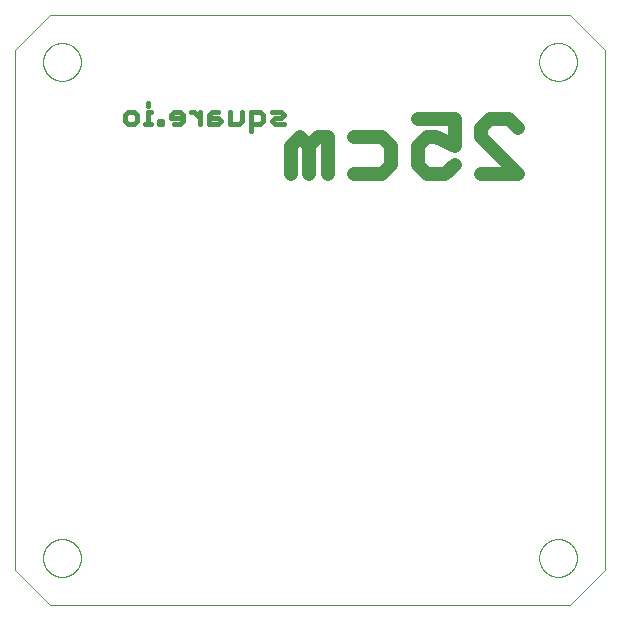
<source format=gbo>
G75*
%MOIN*%
%OFA0B0*%
%FSLAX25Y25*%
%IPPOS*%
%LPD*%
%AMOC8*
5,1,8,0,0,1.08239X$1,22.5*
%
%ADD10C,0.04600*%
%ADD11C,0.01500*%
%ADD12C,0.00000*%
D10*
X0160870Y0242274D02*
X0160870Y0251482D01*
X0163939Y0254551D01*
X0167009Y0251482D01*
X0167009Y0242274D01*
X0173147Y0242274D02*
X0173147Y0254551D01*
X0170078Y0254551D01*
X0167009Y0251482D01*
X0182048Y0254551D02*
X0191256Y0254551D01*
X0194325Y0251482D01*
X0194325Y0245343D01*
X0191256Y0242274D01*
X0182048Y0242274D01*
X0203226Y0245343D02*
X0206295Y0242274D01*
X0212434Y0242274D01*
X0215503Y0245343D01*
X0215503Y0251482D02*
X0209365Y0254551D01*
X0206295Y0254551D01*
X0203226Y0251482D01*
X0203226Y0245343D01*
X0215503Y0251482D02*
X0215503Y0260690D01*
X0203226Y0260690D01*
X0224404Y0257620D02*
X0224404Y0254551D01*
X0236681Y0242274D01*
X0224404Y0242274D01*
X0224404Y0257620D02*
X0227474Y0260690D01*
X0233612Y0260690D01*
X0236681Y0257620D01*
D11*
X0158717Y0258776D02*
X0155664Y0258776D01*
X0154647Y0259794D01*
X0155664Y0260811D01*
X0157699Y0260811D01*
X0158717Y0261829D01*
X0157699Y0262846D01*
X0154647Y0262846D01*
X0151719Y0261829D02*
X0151719Y0259794D01*
X0150701Y0258776D01*
X0147649Y0258776D01*
X0147649Y0256741D02*
X0147649Y0262846D01*
X0150701Y0262846D01*
X0151719Y0261829D01*
X0144721Y0262846D02*
X0144721Y0259794D01*
X0143703Y0258776D01*
X0140651Y0258776D01*
X0140651Y0262846D01*
X0137723Y0259794D02*
X0136705Y0260811D01*
X0133653Y0260811D01*
X0133653Y0261829D02*
X0133653Y0258776D01*
X0136705Y0258776D01*
X0137723Y0259794D01*
X0136705Y0262846D02*
X0134670Y0262846D01*
X0133653Y0261829D01*
X0130725Y0262846D02*
X0130725Y0258776D01*
X0130725Y0260811D02*
X0128690Y0262846D01*
X0127672Y0262846D01*
X0124893Y0261829D02*
X0124893Y0259794D01*
X0123876Y0258776D01*
X0121841Y0258776D01*
X0120823Y0260811D02*
X0124893Y0260811D01*
X0124893Y0261829D02*
X0123876Y0262846D01*
X0121841Y0262846D01*
X0120823Y0261829D01*
X0120823Y0260811D01*
X0117895Y0259794D02*
X0116878Y0259794D01*
X0116878Y0258776D01*
X0117895Y0258776D01*
X0117895Y0259794D01*
X0114396Y0258776D02*
X0112361Y0258776D01*
X0113379Y0258776D02*
X0113379Y0262846D01*
X0114396Y0262846D01*
X0113379Y0264881D02*
X0113379Y0265899D01*
X0109731Y0261829D02*
X0109731Y0259794D01*
X0108713Y0258776D01*
X0106678Y0258776D01*
X0105661Y0259794D01*
X0105661Y0261829D01*
X0106678Y0262846D01*
X0108713Y0262846D01*
X0109731Y0261829D01*
D12*
X0068900Y0110311D02*
X0080711Y0098500D01*
X0253939Y0098500D01*
X0265750Y0110311D01*
X0265750Y0283539D01*
X0253939Y0295350D01*
X0080711Y0295350D01*
X0068900Y0283539D01*
X0068900Y0110311D01*
X0078349Y0114248D02*
X0078351Y0114406D01*
X0078357Y0114564D01*
X0078367Y0114722D01*
X0078381Y0114880D01*
X0078399Y0115037D01*
X0078420Y0115194D01*
X0078446Y0115350D01*
X0078476Y0115506D01*
X0078509Y0115661D01*
X0078547Y0115814D01*
X0078588Y0115967D01*
X0078633Y0116119D01*
X0078682Y0116270D01*
X0078735Y0116419D01*
X0078791Y0116567D01*
X0078851Y0116713D01*
X0078915Y0116858D01*
X0078983Y0117001D01*
X0079054Y0117143D01*
X0079128Y0117283D01*
X0079206Y0117420D01*
X0079288Y0117556D01*
X0079372Y0117690D01*
X0079461Y0117821D01*
X0079552Y0117950D01*
X0079647Y0118077D01*
X0079744Y0118202D01*
X0079845Y0118324D01*
X0079949Y0118443D01*
X0080056Y0118560D01*
X0080166Y0118674D01*
X0080279Y0118785D01*
X0080394Y0118894D01*
X0080512Y0118999D01*
X0080633Y0119101D01*
X0080756Y0119201D01*
X0080882Y0119297D01*
X0081010Y0119390D01*
X0081140Y0119480D01*
X0081273Y0119566D01*
X0081408Y0119650D01*
X0081544Y0119729D01*
X0081683Y0119806D01*
X0081824Y0119878D01*
X0081966Y0119948D01*
X0082110Y0120013D01*
X0082256Y0120075D01*
X0082403Y0120133D01*
X0082552Y0120188D01*
X0082702Y0120239D01*
X0082853Y0120286D01*
X0083005Y0120329D01*
X0083158Y0120368D01*
X0083313Y0120404D01*
X0083468Y0120435D01*
X0083624Y0120463D01*
X0083780Y0120487D01*
X0083937Y0120507D01*
X0084095Y0120523D01*
X0084252Y0120535D01*
X0084411Y0120543D01*
X0084569Y0120547D01*
X0084727Y0120547D01*
X0084885Y0120543D01*
X0085044Y0120535D01*
X0085201Y0120523D01*
X0085359Y0120507D01*
X0085516Y0120487D01*
X0085672Y0120463D01*
X0085828Y0120435D01*
X0085983Y0120404D01*
X0086138Y0120368D01*
X0086291Y0120329D01*
X0086443Y0120286D01*
X0086594Y0120239D01*
X0086744Y0120188D01*
X0086893Y0120133D01*
X0087040Y0120075D01*
X0087186Y0120013D01*
X0087330Y0119948D01*
X0087472Y0119878D01*
X0087613Y0119806D01*
X0087752Y0119729D01*
X0087888Y0119650D01*
X0088023Y0119566D01*
X0088156Y0119480D01*
X0088286Y0119390D01*
X0088414Y0119297D01*
X0088540Y0119201D01*
X0088663Y0119101D01*
X0088784Y0118999D01*
X0088902Y0118894D01*
X0089017Y0118785D01*
X0089130Y0118674D01*
X0089240Y0118560D01*
X0089347Y0118443D01*
X0089451Y0118324D01*
X0089552Y0118202D01*
X0089649Y0118077D01*
X0089744Y0117950D01*
X0089835Y0117821D01*
X0089924Y0117690D01*
X0090008Y0117556D01*
X0090090Y0117420D01*
X0090168Y0117283D01*
X0090242Y0117143D01*
X0090313Y0117001D01*
X0090381Y0116858D01*
X0090445Y0116713D01*
X0090505Y0116567D01*
X0090561Y0116419D01*
X0090614Y0116270D01*
X0090663Y0116119D01*
X0090708Y0115967D01*
X0090749Y0115814D01*
X0090787Y0115661D01*
X0090820Y0115506D01*
X0090850Y0115350D01*
X0090876Y0115194D01*
X0090897Y0115037D01*
X0090915Y0114880D01*
X0090929Y0114722D01*
X0090939Y0114564D01*
X0090945Y0114406D01*
X0090947Y0114248D01*
X0090945Y0114090D01*
X0090939Y0113932D01*
X0090929Y0113774D01*
X0090915Y0113616D01*
X0090897Y0113459D01*
X0090876Y0113302D01*
X0090850Y0113146D01*
X0090820Y0112990D01*
X0090787Y0112835D01*
X0090749Y0112682D01*
X0090708Y0112529D01*
X0090663Y0112377D01*
X0090614Y0112226D01*
X0090561Y0112077D01*
X0090505Y0111929D01*
X0090445Y0111783D01*
X0090381Y0111638D01*
X0090313Y0111495D01*
X0090242Y0111353D01*
X0090168Y0111213D01*
X0090090Y0111076D01*
X0090008Y0110940D01*
X0089924Y0110806D01*
X0089835Y0110675D01*
X0089744Y0110546D01*
X0089649Y0110419D01*
X0089552Y0110294D01*
X0089451Y0110172D01*
X0089347Y0110053D01*
X0089240Y0109936D01*
X0089130Y0109822D01*
X0089017Y0109711D01*
X0088902Y0109602D01*
X0088784Y0109497D01*
X0088663Y0109395D01*
X0088540Y0109295D01*
X0088414Y0109199D01*
X0088286Y0109106D01*
X0088156Y0109016D01*
X0088023Y0108930D01*
X0087888Y0108846D01*
X0087752Y0108767D01*
X0087613Y0108690D01*
X0087472Y0108618D01*
X0087330Y0108548D01*
X0087186Y0108483D01*
X0087040Y0108421D01*
X0086893Y0108363D01*
X0086744Y0108308D01*
X0086594Y0108257D01*
X0086443Y0108210D01*
X0086291Y0108167D01*
X0086138Y0108128D01*
X0085983Y0108092D01*
X0085828Y0108061D01*
X0085672Y0108033D01*
X0085516Y0108009D01*
X0085359Y0107989D01*
X0085201Y0107973D01*
X0085044Y0107961D01*
X0084885Y0107953D01*
X0084727Y0107949D01*
X0084569Y0107949D01*
X0084411Y0107953D01*
X0084252Y0107961D01*
X0084095Y0107973D01*
X0083937Y0107989D01*
X0083780Y0108009D01*
X0083624Y0108033D01*
X0083468Y0108061D01*
X0083313Y0108092D01*
X0083158Y0108128D01*
X0083005Y0108167D01*
X0082853Y0108210D01*
X0082702Y0108257D01*
X0082552Y0108308D01*
X0082403Y0108363D01*
X0082256Y0108421D01*
X0082110Y0108483D01*
X0081966Y0108548D01*
X0081824Y0108618D01*
X0081683Y0108690D01*
X0081544Y0108767D01*
X0081408Y0108846D01*
X0081273Y0108930D01*
X0081140Y0109016D01*
X0081010Y0109106D01*
X0080882Y0109199D01*
X0080756Y0109295D01*
X0080633Y0109395D01*
X0080512Y0109497D01*
X0080394Y0109602D01*
X0080279Y0109711D01*
X0080166Y0109822D01*
X0080056Y0109936D01*
X0079949Y0110053D01*
X0079845Y0110172D01*
X0079744Y0110294D01*
X0079647Y0110419D01*
X0079552Y0110546D01*
X0079461Y0110675D01*
X0079372Y0110806D01*
X0079288Y0110940D01*
X0079206Y0111076D01*
X0079128Y0111213D01*
X0079054Y0111353D01*
X0078983Y0111495D01*
X0078915Y0111638D01*
X0078851Y0111783D01*
X0078791Y0111929D01*
X0078735Y0112077D01*
X0078682Y0112226D01*
X0078633Y0112377D01*
X0078588Y0112529D01*
X0078547Y0112682D01*
X0078509Y0112835D01*
X0078476Y0112990D01*
X0078446Y0113146D01*
X0078420Y0113302D01*
X0078399Y0113459D01*
X0078381Y0113616D01*
X0078367Y0113774D01*
X0078357Y0113932D01*
X0078351Y0114090D01*
X0078349Y0114248D01*
X0078349Y0279602D02*
X0078351Y0279760D01*
X0078357Y0279918D01*
X0078367Y0280076D01*
X0078381Y0280234D01*
X0078399Y0280391D01*
X0078420Y0280548D01*
X0078446Y0280704D01*
X0078476Y0280860D01*
X0078509Y0281015D01*
X0078547Y0281168D01*
X0078588Y0281321D01*
X0078633Y0281473D01*
X0078682Y0281624D01*
X0078735Y0281773D01*
X0078791Y0281921D01*
X0078851Y0282067D01*
X0078915Y0282212D01*
X0078983Y0282355D01*
X0079054Y0282497D01*
X0079128Y0282637D01*
X0079206Y0282774D01*
X0079288Y0282910D01*
X0079372Y0283044D01*
X0079461Y0283175D01*
X0079552Y0283304D01*
X0079647Y0283431D01*
X0079744Y0283556D01*
X0079845Y0283678D01*
X0079949Y0283797D01*
X0080056Y0283914D01*
X0080166Y0284028D01*
X0080279Y0284139D01*
X0080394Y0284248D01*
X0080512Y0284353D01*
X0080633Y0284455D01*
X0080756Y0284555D01*
X0080882Y0284651D01*
X0081010Y0284744D01*
X0081140Y0284834D01*
X0081273Y0284920D01*
X0081408Y0285004D01*
X0081544Y0285083D01*
X0081683Y0285160D01*
X0081824Y0285232D01*
X0081966Y0285302D01*
X0082110Y0285367D01*
X0082256Y0285429D01*
X0082403Y0285487D01*
X0082552Y0285542D01*
X0082702Y0285593D01*
X0082853Y0285640D01*
X0083005Y0285683D01*
X0083158Y0285722D01*
X0083313Y0285758D01*
X0083468Y0285789D01*
X0083624Y0285817D01*
X0083780Y0285841D01*
X0083937Y0285861D01*
X0084095Y0285877D01*
X0084252Y0285889D01*
X0084411Y0285897D01*
X0084569Y0285901D01*
X0084727Y0285901D01*
X0084885Y0285897D01*
X0085044Y0285889D01*
X0085201Y0285877D01*
X0085359Y0285861D01*
X0085516Y0285841D01*
X0085672Y0285817D01*
X0085828Y0285789D01*
X0085983Y0285758D01*
X0086138Y0285722D01*
X0086291Y0285683D01*
X0086443Y0285640D01*
X0086594Y0285593D01*
X0086744Y0285542D01*
X0086893Y0285487D01*
X0087040Y0285429D01*
X0087186Y0285367D01*
X0087330Y0285302D01*
X0087472Y0285232D01*
X0087613Y0285160D01*
X0087752Y0285083D01*
X0087888Y0285004D01*
X0088023Y0284920D01*
X0088156Y0284834D01*
X0088286Y0284744D01*
X0088414Y0284651D01*
X0088540Y0284555D01*
X0088663Y0284455D01*
X0088784Y0284353D01*
X0088902Y0284248D01*
X0089017Y0284139D01*
X0089130Y0284028D01*
X0089240Y0283914D01*
X0089347Y0283797D01*
X0089451Y0283678D01*
X0089552Y0283556D01*
X0089649Y0283431D01*
X0089744Y0283304D01*
X0089835Y0283175D01*
X0089924Y0283044D01*
X0090008Y0282910D01*
X0090090Y0282774D01*
X0090168Y0282637D01*
X0090242Y0282497D01*
X0090313Y0282355D01*
X0090381Y0282212D01*
X0090445Y0282067D01*
X0090505Y0281921D01*
X0090561Y0281773D01*
X0090614Y0281624D01*
X0090663Y0281473D01*
X0090708Y0281321D01*
X0090749Y0281168D01*
X0090787Y0281015D01*
X0090820Y0280860D01*
X0090850Y0280704D01*
X0090876Y0280548D01*
X0090897Y0280391D01*
X0090915Y0280234D01*
X0090929Y0280076D01*
X0090939Y0279918D01*
X0090945Y0279760D01*
X0090947Y0279602D01*
X0090945Y0279444D01*
X0090939Y0279286D01*
X0090929Y0279128D01*
X0090915Y0278970D01*
X0090897Y0278813D01*
X0090876Y0278656D01*
X0090850Y0278500D01*
X0090820Y0278344D01*
X0090787Y0278189D01*
X0090749Y0278036D01*
X0090708Y0277883D01*
X0090663Y0277731D01*
X0090614Y0277580D01*
X0090561Y0277431D01*
X0090505Y0277283D01*
X0090445Y0277137D01*
X0090381Y0276992D01*
X0090313Y0276849D01*
X0090242Y0276707D01*
X0090168Y0276567D01*
X0090090Y0276430D01*
X0090008Y0276294D01*
X0089924Y0276160D01*
X0089835Y0276029D01*
X0089744Y0275900D01*
X0089649Y0275773D01*
X0089552Y0275648D01*
X0089451Y0275526D01*
X0089347Y0275407D01*
X0089240Y0275290D01*
X0089130Y0275176D01*
X0089017Y0275065D01*
X0088902Y0274956D01*
X0088784Y0274851D01*
X0088663Y0274749D01*
X0088540Y0274649D01*
X0088414Y0274553D01*
X0088286Y0274460D01*
X0088156Y0274370D01*
X0088023Y0274284D01*
X0087888Y0274200D01*
X0087752Y0274121D01*
X0087613Y0274044D01*
X0087472Y0273972D01*
X0087330Y0273902D01*
X0087186Y0273837D01*
X0087040Y0273775D01*
X0086893Y0273717D01*
X0086744Y0273662D01*
X0086594Y0273611D01*
X0086443Y0273564D01*
X0086291Y0273521D01*
X0086138Y0273482D01*
X0085983Y0273446D01*
X0085828Y0273415D01*
X0085672Y0273387D01*
X0085516Y0273363D01*
X0085359Y0273343D01*
X0085201Y0273327D01*
X0085044Y0273315D01*
X0084885Y0273307D01*
X0084727Y0273303D01*
X0084569Y0273303D01*
X0084411Y0273307D01*
X0084252Y0273315D01*
X0084095Y0273327D01*
X0083937Y0273343D01*
X0083780Y0273363D01*
X0083624Y0273387D01*
X0083468Y0273415D01*
X0083313Y0273446D01*
X0083158Y0273482D01*
X0083005Y0273521D01*
X0082853Y0273564D01*
X0082702Y0273611D01*
X0082552Y0273662D01*
X0082403Y0273717D01*
X0082256Y0273775D01*
X0082110Y0273837D01*
X0081966Y0273902D01*
X0081824Y0273972D01*
X0081683Y0274044D01*
X0081544Y0274121D01*
X0081408Y0274200D01*
X0081273Y0274284D01*
X0081140Y0274370D01*
X0081010Y0274460D01*
X0080882Y0274553D01*
X0080756Y0274649D01*
X0080633Y0274749D01*
X0080512Y0274851D01*
X0080394Y0274956D01*
X0080279Y0275065D01*
X0080166Y0275176D01*
X0080056Y0275290D01*
X0079949Y0275407D01*
X0079845Y0275526D01*
X0079744Y0275648D01*
X0079647Y0275773D01*
X0079552Y0275900D01*
X0079461Y0276029D01*
X0079372Y0276160D01*
X0079288Y0276294D01*
X0079206Y0276430D01*
X0079128Y0276567D01*
X0079054Y0276707D01*
X0078983Y0276849D01*
X0078915Y0276992D01*
X0078851Y0277137D01*
X0078791Y0277283D01*
X0078735Y0277431D01*
X0078682Y0277580D01*
X0078633Y0277731D01*
X0078588Y0277883D01*
X0078547Y0278036D01*
X0078509Y0278189D01*
X0078476Y0278344D01*
X0078446Y0278500D01*
X0078420Y0278656D01*
X0078399Y0278813D01*
X0078381Y0278970D01*
X0078367Y0279128D01*
X0078357Y0279286D01*
X0078351Y0279444D01*
X0078349Y0279602D01*
X0243703Y0279602D02*
X0243705Y0279760D01*
X0243711Y0279918D01*
X0243721Y0280076D01*
X0243735Y0280234D01*
X0243753Y0280391D01*
X0243774Y0280548D01*
X0243800Y0280704D01*
X0243830Y0280860D01*
X0243863Y0281015D01*
X0243901Y0281168D01*
X0243942Y0281321D01*
X0243987Y0281473D01*
X0244036Y0281624D01*
X0244089Y0281773D01*
X0244145Y0281921D01*
X0244205Y0282067D01*
X0244269Y0282212D01*
X0244337Y0282355D01*
X0244408Y0282497D01*
X0244482Y0282637D01*
X0244560Y0282774D01*
X0244642Y0282910D01*
X0244726Y0283044D01*
X0244815Y0283175D01*
X0244906Y0283304D01*
X0245001Y0283431D01*
X0245098Y0283556D01*
X0245199Y0283678D01*
X0245303Y0283797D01*
X0245410Y0283914D01*
X0245520Y0284028D01*
X0245633Y0284139D01*
X0245748Y0284248D01*
X0245866Y0284353D01*
X0245987Y0284455D01*
X0246110Y0284555D01*
X0246236Y0284651D01*
X0246364Y0284744D01*
X0246494Y0284834D01*
X0246627Y0284920D01*
X0246762Y0285004D01*
X0246898Y0285083D01*
X0247037Y0285160D01*
X0247178Y0285232D01*
X0247320Y0285302D01*
X0247464Y0285367D01*
X0247610Y0285429D01*
X0247757Y0285487D01*
X0247906Y0285542D01*
X0248056Y0285593D01*
X0248207Y0285640D01*
X0248359Y0285683D01*
X0248512Y0285722D01*
X0248667Y0285758D01*
X0248822Y0285789D01*
X0248978Y0285817D01*
X0249134Y0285841D01*
X0249291Y0285861D01*
X0249449Y0285877D01*
X0249606Y0285889D01*
X0249765Y0285897D01*
X0249923Y0285901D01*
X0250081Y0285901D01*
X0250239Y0285897D01*
X0250398Y0285889D01*
X0250555Y0285877D01*
X0250713Y0285861D01*
X0250870Y0285841D01*
X0251026Y0285817D01*
X0251182Y0285789D01*
X0251337Y0285758D01*
X0251492Y0285722D01*
X0251645Y0285683D01*
X0251797Y0285640D01*
X0251948Y0285593D01*
X0252098Y0285542D01*
X0252247Y0285487D01*
X0252394Y0285429D01*
X0252540Y0285367D01*
X0252684Y0285302D01*
X0252826Y0285232D01*
X0252967Y0285160D01*
X0253106Y0285083D01*
X0253242Y0285004D01*
X0253377Y0284920D01*
X0253510Y0284834D01*
X0253640Y0284744D01*
X0253768Y0284651D01*
X0253894Y0284555D01*
X0254017Y0284455D01*
X0254138Y0284353D01*
X0254256Y0284248D01*
X0254371Y0284139D01*
X0254484Y0284028D01*
X0254594Y0283914D01*
X0254701Y0283797D01*
X0254805Y0283678D01*
X0254906Y0283556D01*
X0255003Y0283431D01*
X0255098Y0283304D01*
X0255189Y0283175D01*
X0255278Y0283044D01*
X0255362Y0282910D01*
X0255444Y0282774D01*
X0255522Y0282637D01*
X0255596Y0282497D01*
X0255667Y0282355D01*
X0255735Y0282212D01*
X0255799Y0282067D01*
X0255859Y0281921D01*
X0255915Y0281773D01*
X0255968Y0281624D01*
X0256017Y0281473D01*
X0256062Y0281321D01*
X0256103Y0281168D01*
X0256141Y0281015D01*
X0256174Y0280860D01*
X0256204Y0280704D01*
X0256230Y0280548D01*
X0256251Y0280391D01*
X0256269Y0280234D01*
X0256283Y0280076D01*
X0256293Y0279918D01*
X0256299Y0279760D01*
X0256301Y0279602D01*
X0256299Y0279444D01*
X0256293Y0279286D01*
X0256283Y0279128D01*
X0256269Y0278970D01*
X0256251Y0278813D01*
X0256230Y0278656D01*
X0256204Y0278500D01*
X0256174Y0278344D01*
X0256141Y0278189D01*
X0256103Y0278036D01*
X0256062Y0277883D01*
X0256017Y0277731D01*
X0255968Y0277580D01*
X0255915Y0277431D01*
X0255859Y0277283D01*
X0255799Y0277137D01*
X0255735Y0276992D01*
X0255667Y0276849D01*
X0255596Y0276707D01*
X0255522Y0276567D01*
X0255444Y0276430D01*
X0255362Y0276294D01*
X0255278Y0276160D01*
X0255189Y0276029D01*
X0255098Y0275900D01*
X0255003Y0275773D01*
X0254906Y0275648D01*
X0254805Y0275526D01*
X0254701Y0275407D01*
X0254594Y0275290D01*
X0254484Y0275176D01*
X0254371Y0275065D01*
X0254256Y0274956D01*
X0254138Y0274851D01*
X0254017Y0274749D01*
X0253894Y0274649D01*
X0253768Y0274553D01*
X0253640Y0274460D01*
X0253510Y0274370D01*
X0253377Y0274284D01*
X0253242Y0274200D01*
X0253106Y0274121D01*
X0252967Y0274044D01*
X0252826Y0273972D01*
X0252684Y0273902D01*
X0252540Y0273837D01*
X0252394Y0273775D01*
X0252247Y0273717D01*
X0252098Y0273662D01*
X0251948Y0273611D01*
X0251797Y0273564D01*
X0251645Y0273521D01*
X0251492Y0273482D01*
X0251337Y0273446D01*
X0251182Y0273415D01*
X0251026Y0273387D01*
X0250870Y0273363D01*
X0250713Y0273343D01*
X0250555Y0273327D01*
X0250398Y0273315D01*
X0250239Y0273307D01*
X0250081Y0273303D01*
X0249923Y0273303D01*
X0249765Y0273307D01*
X0249606Y0273315D01*
X0249449Y0273327D01*
X0249291Y0273343D01*
X0249134Y0273363D01*
X0248978Y0273387D01*
X0248822Y0273415D01*
X0248667Y0273446D01*
X0248512Y0273482D01*
X0248359Y0273521D01*
X0248207Y0273564D01*
X0248056Y0273611D01*
X0247906Y0273662D01*
X0247757Y0273717D01*
X0247610Y0273775D01*
X0247464Y0273837D01*
X0247320Y0273902D01*
X0247178Y0273972D01*
X0247037Y0274044D01*
X0246898Y0274121D01*
X0246762Y0274200D01*
X0246627Y0274284D01*
X0246494Y0274370D01*
X0246364Y0274460D01*
X0246236Y0274553D01*
X0246110Y0274649D01*
X0245987Y0274749D01*
X0245866Y0274851D01*
X0245748Y0274956D01*
X0245633Y0275065D01*
X0245520Y0275176D01*
X0245410Y0275290D01*
X0245303Y0275407D01*
X0245199Y0275526D01*
X0245098Y0275648D01*
X0245001Y0275773D01*
X0244906Y0275900D01*
X0244815Y0276029D01*
X0244726Y0276160D01*
X0244642Y0276294D01*
X0244560Y0276430D01*
X0244482Y0276567D01*
X0244408Y0276707D01*
X0244337Y0276849D01*
X0244269Y0276992D01*
X0244205Y0277137D01*
X0244145Y0277283D01*
X0244089Y0277431D01*
X0244036Y0277580D01*
X0243987Y0277731D01*
X0243942Y0277883D01*
X0243901Y0278036D01*
X0243863Y0278189D01*
X0243830Y0278344D01*
X0243800Y0278500D01*
X0243774Y0278656D01*
X0243753Y0278813D01*
X0243735Y0278970D01*
X0243721Y0279128D01*
X0243711Y0279286D01*
X0243705Y0279444D01*
X0243703Y0279602D01*
X0243703Y0114248D02*
X0243705Y0114406D01*
X0243711Y0114564D01*
X0243721Y0114722D01*
X0243735Y0114880D01*
X0243753Y0115037D01*
X0243774Y0115194D01*
X0243800Y0115350D01*
X0243830Y0115506D01*
X0243863Y0115661D01*
X0243901Y0115814D01*
X0243942Y0115967D01*
X0243987Y0116119D01*
X0244036Y0116270D01*
X0244089Y0116419D01*
X0244145Y0116567D01*
X0244205Y0116713D01*
X0244269Y0116858D01*
X0244337Y0117001D01*
X0244408Y0117143D01*
X0244482Y0117283D01*
X0244560Y0117420D01*
X0244642Y0117556D01*
X0244726Y0117690D01*
X0244815Y0117821D01*
X0244906Y0117950D01*
X0245001Y0118077D01*
X0245098Y0118202D01*
X0245199Y0118324D01*
X0245303Y0118443D01*
X0245410Y0118560D01*
X0245520Y0118674D01*
X0245633Y0118785D01*
X0245748Y0118894D01*
X0245866Y0118999D01*
X0245987Y0119101D01*
X0246110Y0119201D01*
X0246236Y0119297D01*
X0246364Y0119390D01*
X0246494Y0119480D01*
X0246627Y0119566D01*
X0246762Y0119650D01*
X0246898Y0119729D01*
X0247037Y0119806D01*
X0247178Y0119878D01*
X0247320Y0119948D01*
X0247464Y0120013D01*
X0247610Y0120075D01*
X0247757Y0120133D01*
X0247906Y0120188D01*
X0248056Y0120239D01*
X0248207Y0120286D01*
X0248359Y0120329D01*
X0248512Y0120368D01*
X0248667Y0120404D01*
X0248822Y0120435D01*
X0248978Y0120463D01*
X0249134Y0120487D01*
X0249291Y0120507D01*
X0249449Y0120523D01*
X0249606Y0120535D01*
X0249765Y0120543D01*
X0249923Y0120547D01*
X0250081Y0120547D01*
X0250239Y0120543D01*
X0250398Y0120535D01*
X0250555Y0120523D01*
X0250713Y0120507D01*
X0250870Y0120487D01*
X0251026Y0120463D01*
X0251182Y0120435D01*
X0251337Y0120404D01*
X0251492Y0120368D01*
X0251645Y0120329D01*
X0251797Y0120286D01*
X0251948Y0120239D01*
X0252098Y0120188D01*
X0252247Y0120133D01*
X0252394Y0120075D01*
X0252540Y0120013D01*
X0252684Y0119948D01*
X0252826Y0119878D01*
X0252967Y0119806D01*
X0253106Y0119729D01*
X0253242Y0119650D01*
X0253377Y0119566D01*
X0253510Y0119480D01*
X0253640Y0119390D01*
X0253768Y0119297D01*
X0253894Y0119201D01*
X0254017Y0119101D01*
X0254138Y0118999D01*
X0254256Y0118894D01*
X0254371Y0118785D01*
X0254484Y0118674D01*
X0254594Y0118560D01*
X0254701Y0118443D01*
X0254805Y0118324D01*
X0254906Y0118202D01*
X0255003Y0118077D01*
X0255098Y0117950D01*
X0255189Y0117821D01*
X0255278Y0117690D01*
X0255362Y0117556D01*
X0255444Y0117420D01*
X0255522Y0117283D01*
X0255596Y0117143D01*
X0255667Y0117001D01*
X0255735Y0116858D01*
X0255799Y0116713D01*
X0255859Y0116567D01*
X0255915Y0116419D01*
X0255968Y0116270D01*
X0256017Y0116119D01*
X0256062Y0115967D01*
X0256103Y0115814D01*
X0256141Y0115661D01*
X0256174Y0115506D01*
X0256204Y0115350D01*
X0256230Y0115194D01*
X0256251Y0115037D01*
X0256269Y0114880D01*
X0256283Y0114722D01*
X0256293Y0114564D01*
X0256299Y0114406D01*
X0256301Y0114248D01*
X0256299Y0114090D01*
X0256293Y0113932D01*
X0256283Y0113774D01*
X0256269Y0113616D01*
X0256251Y0113459D01*
X0256230Y0113302D01*
X0256204Y0113146D01*
X0256174Y0112990D01*
X0256141Y0112835D01*
X0256103Y0112682D01*
X0256062Y0112529D01*
X0256017Y0112377D01*
X0255968Y0112226D01*
X0255915Y0112077D01*
X0255859Y0111929D01*
X0255799Y0111783D01*
X0255735Y0111638D01*
X0255667Y0111495D01*
X0255596Y0111353D01*
X0255522Y0111213D01*
X0255444Y0111076D01*
X0255362Y0110940D01*
X0255278Y0110806D01*
X0255189Y0110675D01*
X0255098Y0110546D01*
X0255003Y0110419D01*
X0254906Y0110294D01*
X0254805Y0110172D01*
X0254701Y0110053D01*
X0254594Y0109936D01*
X0254484Y0109822D01*
X0254371Y0109711D01*
X0254256Y0109602D01*
X0254138Y0109497D01*
X0254017Y0109395D01*
X0253894Y0109295D01*
X0253768Y0109199D01*
X0253640Y0109106D01*
X0253510Y0109016D01*
X0253377Y0108930D01*
X0253242Y0108846D01*
X0253106Y0108767D01*
X0252967Y0108690D01*
X0252826Y0108618D01*
X0252684Y0108548D01*
X0252540Y0108483D01*
X0252394Y0108421D01*
X0252247Y0108363D01*
X0252098Y0108308D01*
X0251948Y0108257D01*
X0251797Y0108210D01*
X0251645Y0108167D01*
X0251492Y0108128D01*
X0251337Y0108092D01*
X0251182Y0108061D01*
X0251026Y0108033D01*
X0250870Y0108009D01*
X0250713Y0107989D01*
X0250555Y0107973D01*
X0250398Y0107961D01*
X0250239Y0107953D01*
X0250081Y0107949D01*
X0249923Y0107949D01*
X0249765Y0107953D01*
X0249606Y0107961D01*
X0249449Y0107973D01*
X0249291Y0107989D01*
X0249134Y0108009D01*
X0248978Y0108033D01*
X0248822Y0108061D01*
X0248667Y0108092D01*
X0248512Y0108128D01*
X0248359Y0108167D01*
X0248207Y0108210D01*
X0248056Y0108257D01*
X0247906Y0108308D01*
X0247757Y0108363D01*
X0247610Y0108421D01*
X0247464Y0108483D01*
X0247320Y0108548D01*
X0247178Y0108618D01*
X0247037Y0108690D01*
X0246898Y0108767D01*
X0246762Y0108846D01*
X0246627Y0108930D01*
X0246494Y0109016D01*
X0246364Y0109106D01*
X0246236Y0109199D01*
X0246110Y0109295D01*
X0245987Y0109395D01*
X0245866Y0109497D01*
X0245748Y0109602D01*
X0245633Y0109711D01*
X0245520Y0109822D01*
X0245410Y0109936D01*
X0245303Y0110053D01*
X0245199Y0110172D01*
X0245098Y0110294D01*
X0245001Y0110419D01*
X0244906Y0110546D01*
X0244815Y0110675D01*
X0244726Y0110806D01*
X0244642Y0110940D01*
X0244560Y0111076D01*
X0244482Y0111213D01*
X0244408Y0111353D01*
X0244337Y0111495D01*
X0244269Y0111638D01*
X0244205Y0111783D01*
X0244145Y0111929D01*
X0244089Y0112077D01*
X0244036Y0112226D01*
X0243987Y0112377D01*
X0243942Y0112529D01*
X0243901Y0112682D01*
X0243863Y0112835D01*
X0243830Y0112990D01*
X0243800Y0113146D01*
X0243774Y0113302D01*
X0243753Y0113459D01*
X0243735Y0113616D01*
X0243721Y0113774D01*
X0243711Y0113932D01*
X0243705Y0114090D01*
X0243703Y0114248D01*
M02*

</source>
